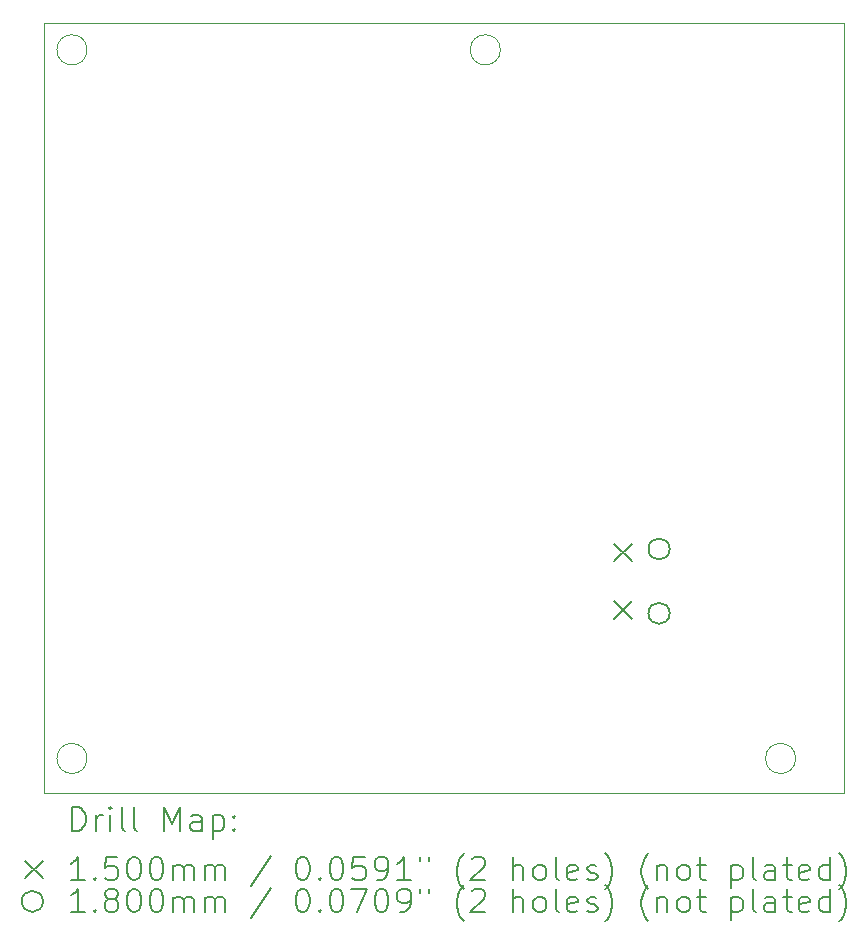
<source format=gbr>
%TF.GenerationSoftware,KiCad,Pcbnew,7.0.1*%
%TF.CreationDate,2025-03-04T19:41:51-05:00*%
%TF.ProjectId,front_panel,66726f6e-745f-4706-916e-656c2e6b6963,rev?*%
%TF.SameCoordinates,Original*%
%TF.FileFunction,Drillmap*%
%TF.FilePolarity,Positive*%
%FSLAX45Y45*%
G04 Gerber Fmt 4.5, Leading zero omitted, Abs format (unit mm)*
G04 Created by KiCad (PCBNEW 7.0.1) date 2025-03-04 19:41:51*
%MOMM*%
%LPD*%
G01*
G04 APERTURE LIST*
%ADD10C,0.100000*%
%ADD11C,0.200000*%
%ADD12C,0.150000*%
%ADD13C,0.180000*%
G04 APERTURE END LIST*
D10*
X12727475Y-9900000D02*
G75*
G03*
X12727475Y-9900000I-127476J0D01*
G01*
X10227476Y-3900000D02*
G75*
G03*
X10227476Y-3900000I-127476J0D01*
G01*
X6727475Y-9900000D02*
G75*
G03*
X6727475Y-9900000I-127476J0D01*
G01*
X6360000Y-3670000D02*
X13140000Y-3670000D01*
X13140000Y-10195000D01*
X6360000Y-10195000D01*
X6360000Y-3670000D01*
X6727475Y-3900000D02*
G75*
G03*
X6727475Y-3900000I-127476J0D01*
G01*
D11*
D12*
X11193000Y-8081500D02*
X11343000Y-8231500D01*
X11343000Y-8081500D02*
X11193000Y-8231500D01*
X11193000Y-8566500D02*
X11343000Y-8716500D01*
X11343000Y-8566500D02*
X11193000Y-8716500D01*
D13*
X11661000Y-8126500D02*
G75*
G03*
X11661000Y-8126500I-90000J0D01*
G01*
X11661000Y-8671500D02*
G75*
G03*
X11661000Y-8671500I-90000J0D01*
G01*
D11*
X6602619Y-10512524D02*
X6602619Y-10312524D01*
X6602619Y-10312524D02*
X6650238Y-10312524D01*
X6650238Y-10312524D02*
X6678809Y-10322048D01*
X6678809Y-10322048D02*
X6697857Y-10341095D01*
X6697857Y-10341095D02*
X6707381Y-10360143D01*
X6707381Y-10360143D02*
X6716905Y-10398238D01*
X6716905Y-10398238D02*
X6716905Y-10426810D01*
X6716905Y-10426810D02*
X6707381Y-10464905D01*
X6707381Y-10464905D02*
X6697857Y-10483952D01*
X6697857Y-10483952D02*
X6678809Y-10503000D01*
X6678809Y-10503000D02*
X6650238Y-10512524D01*
X6650238Y-10512524D02*
X6602619Y-10512524D01*
X6802619Y-10512524D02*
X6802619Y-10379190D01*
X6802619Y-10417286D02*
X6812143Y-10398238D01*
X6812143Y-10398238D02*
X6821667Y-10388714D01*
X6821667Y-10388714D02*
X6840714Y-10379190D01*
X6840714Y-10379190D02*
X6859762Y-10379190D01*
X6926428Y-10512524D02*
X6926428Y-10379190D01*
X6926428Y-10312524D02*
X6916905Y-10322048D01*
X6916905Y-10322048D02*
X6926428Y-10331571D01*
X6926428Y-10331571D02*
X6935952Y-10322048D01*
X6935952Y-10322048D02*
X6926428Y-10312524D01*
X6926428Y-10312524D02*
X6926428Y-10331571D01*
X7050238Y-10512524D02*
X7031190Y-10503000D01*
X7031190Y-10503000D02*
X7021667Y-10483952D01*
X7021667Y-10483952D02*
X7021667Y-10312524D01*
X7155000Y-10512524D02*
X7135952Y-10503000D01*
X7135952Y-10503000D02*
X7126428Y-10483952D01*
X7126428Y-10483952D02*
X7126428Y-10312524D01*
X7383571Y-10512524D02*
X7383571Y-10312524D01*
X7383571Y-10312524D02*
X7450238Y-10455381D01*
X7450238Y-10455381D02*
X7516905Y-10312524D01*
X7516905Y-10312524D02*
X7516905Y-10512524D01*
X7697857Y-10512524D02*
X7697857Y-10407762D01*
X7697857Y-10407762D02*
X7688333Y-10388714D01*
X7688333Y-10388714D02*
X7669286Y-10379190D01*
X7669286Y-10379190D02*
X7631190Y-10379190D01*
X7631190Y-10379190D02*
X7612143Y-10388714D01*
X7697857Y-10503000D02*
X7678809Y-10512524D01*
X7678809Y-10512524D02*
X7631190Y-10512524D01*
X7631190Y-10512524D02*
X7612143Y-10503000D01*
X7612143Y-10503000D02*
X7602619Y-10483952D01*
X7602619Y-10483952D02*
X7602619Y-10464905D01*
X7602619Y-10464905D02*
X7612143Y-10445857D01*
X7612143Y-10445857D02*
X7631190Y-10436333D01*
X7631190Y-10436333D02*
X7678809Y-10436333D01*
X7678809Y-10436333D02*
X7697857Y-10426810D01*
X7793095Y-10379190D02*
X7793095Y-10579190D01*
X7793095Y-10388714D02*
X7812143Y-10379190D01*
X7812143Y-10379190D02*
X7850238Y-10379190D01*
X7850238Y-10379190D02*
X7869286Y-10388714D01*
X7869286Y-10388714D02*
X7878809Y-10398238D01*
X7878809Y-10398238D02*
X7888333Y-10417286D01*
X7888333Y-10417286D02*
X7888333Y-10474429D01*
X7888333Y-10474429D02*
X7878809Y-10493476D01*
X7878809Y-10493476D02*
X7869286Y-10503000D01*
X7869286Y-10503000D02*
X7850238Y-10512524D01*
X7850238Y-10512524D02*
X7812143Y-10512524D01*
X7812143Y-10512524D02*
X7793095Y-10503000D01*
X7974048Y-10493476D02*
X7983571Y-10503000D01*
X7983571Y-10503000D02*
X7974048Y-10512524D01*
X7974048Y-10512524D02*
X7964524Y-10503000D01*
X7964524Y-10503000D02*
X7974048Y-10493476D01*
X7974048Y-10493476D02*
X7974048Y-10512524D01*
X7974048Y-10388714D02*
X7983571Y-10398238D01*
X7983571Y-10398238D02*
X7974048Y-10407762D01*
X7974048Y-10407762D02*
X7964524Y-10398238D01*
X7964524Y-10398238D02*
X7974048Y-10388714D01*
X7974048Y-10388714D02*
X7974048Y-10407762D01*
D12*
X6205000Y-10765000D02*
X6355000Y-10915000D01*
X6355000Y-10765000D02*
X6205000Y-10915000D01*
D11*
X6707381Y-10932524D02*
X6593095Y-10932524D01*
X6650238Y-10932524D02*
X6650238Y-10732524D01*
X6650238Y-10732524D02*
X6631190Y-10761095D01*
X6631190Y-10761095D02*
X6612143Y-10780143D01*
X6612143Y-10780143D02*
X6593095Y-10789667D01*
X6793095Y-10913476D02*
X6802619Y-10923000D01*
X6802619Y-10923000D02*
X6793095Y-10932524D01*
X6793095Y-10932524D02*
X6783571Y-10923000D01*
X6783571Y-10923000D02*
X6793095Y-10913476D01*
X6793095Y-10913476D02*
X6793095Y-10932524D01*
X6983571Y-10732524D02*
X6888333Y-10732524D01*
X6888333Y-10732524D02*
X6878809Y-10827762D01*
X6878809Y-10827762D02*
X6888333Y-10818238D01*
X6888333Y-10818238D02*
X6907381Y-10808714D01*
X6907381Y-10808714D02*
X6955000Y-10808714D01*
X6955000Y-10808714D02*
X6974048Y-10818238D01*
X6974048Y-10818238D02*
X6983571Y-10827762D01*
X6983571Y-10827762D02*
X6993095Y-10846810D01*
X6993095Y-10846810D02*
X6993095Y-10894429D01*
X6993095Y-10894429D02*
X6983571Y-10913476D01*
X6983571Y-10913476D02*
X6974048Y-10923000D01*
X6974048Y-10923000D02*
X6955000Y-10932524D01*
X6955000Y-10932524D02*
X6907381Y-10932524D01*
X6907381Y-10932524D02*
X6888333Y-10923000D01*
X6888333Y-10923000D02*
X6878809Y-10913476D01*
X7116905Y-10732524D02*
X7135952Y-10732524D01*
X7135952Y-10732524D02*
X7155000Y-10742048D01*
X7155000Y-10742048D02*
X7164524Y-10751571D01*
X7164524Y-10751571D02*
X7174048Y-10770619D01*
X7174048Y-10770619D02*
X7183571Y-10808714D01*
X7183571Y-10808714D02*
X7183571Y-10856333D01*
X7183571Y-10856333D02*
X7174048Y-10894429D01*
X7174048Y-10894429D02*
X7164524Y-10913476D01*
X7164524Y-10913476D02*
X7155000Y-10923000D01*
X7155000Y-10923000D02*
X7135952Y-10932524D01*
X7135952Y-10932524D02*
X7116905Y-10932524D01*
X7116905Y-10932524D02*
X7097857Y-10923000D01*
X7097857Y-10923000D02*
X7088333Y-10913476D01*
X7088333Y-10913476D02*
X7078809Y-10894429D01*
X7078809Y-10894429D02*
X7069286Y-10856333D01*
X7069286Y-10856333D02*
X7069286Y-10808714D01*
X7069286Y-10808714D02*
X7078809Y-10770619D01*
X7078809Y-10770619D02*
X7088333Y-10751571D01*
X7088333Y-10751571D02*
X7097857Y-10742048D01*
X7097857Y-10742048D02*
X7116905Y-10732524D01*
X7307381Y-10732524D02*
X7326429Y-10732524D01*
X7326429Y-10732524D02*
X7345476Y-10742048D01*
X7345476Y-10742048D02*
X7355000Y-10751571D01*
X7355000Y-10751571D02*
X7364524Y-10770619D01*
X7364524Y-10770619D02*
X7374048Y-10808714D01*
X7374048Y-10808714D02*
X7374048Y-10856333D01*
X7374048Y-10856333D02*
X7364524Y-10894429D01*
X7364524Y-10894429D02*
X7355000Y-10913476D01*
X7355000Y-10913476D02*
X7345476Y-10923000D01*
X7345476Y-10923000D02*
X7326429Y-10932524D01*
X7326429Y-10932524D02*
X7307381Y-10932524D01*
X7307381Y-10932524D02*
X7288333Y-10923000D01*
X7288333Y-10923000D02*
X7278809Y-10913476D01*
X7278809Y-10913476D02*
X7269286Y-10894429D01*
X7269286Y-10894429D02*
X7259762Y-10856333D01*
X7259762Y-10856333D02*
X7259762Y-10808714D01*
X7259762Y-10808714D02*
X7269286Y-10770619D01*
X7269286Y-10770619D02*
X7278809Y-10751571D01*
X7278809Y-10751571D02*
X7288333Y-10742048D01*
X7288333Y-10742048D02*
X7307381Y-10732524D01*
X7459762Y-10932524D02*
X7459762Y-10799190D01*
X7459762Y-10818238D02*
X7469286Y-10808714D01*
X7469286Y-10808714D02*
X7488333Y-10799190D01*
X7488333Y-10799190D02*
X7516905Y-10799190D01*
X7516905Y-10799190D02*
X7535952Y-10808714D01*
X7535952Y-10808714D02*
X7545476Y-10827762D01*
X7545476Y-10827762D02*
X7545476Y-10932524D01*
X7545476Y-10827762D02*
X7555000Y-10808714D01*
X7555000Y-10808714D02*
X7574048Y-10799190D01*
X7574048Y-10799190D02*
X7602619Y-10799190D01*
X7602619Y-10799190D02*
X7621667Y-10808714D01*
X7621667Y-10808714D02*
X7631190Y-10827762D01*
X7631190Y-10827762D02*
X7631190Y-10932524D01*
X7726429Y-10932524D02*
X7726429Y-10799190D01*
X7726429Y-10818238D02*
X7735952Y-10808714D01*
X7735952Y-10808714D02*
X7755000Y-10799190D01*
X7755000Y-10799190D02*
X7783571Y-10799190D01*
X7783571Y-10799190D02*
X7802619Y-10808714D01*
X7802619Y-10808714D02*
X7812143Y-10827762D01*
X7812143Y-10827762D02*
X7812143Y-10932524D01*
X7812143Y-10827762D02*
X7821667Y-10808714D01*
X7821667Y-10808714D02*
X7840714Y-10799190D01*
X7840714Y-10799190D02*
X7869286Y-10799190D01*
X7869286Y-10799190D02*
X7888333Y-10808714D01*
X7888333Y-10808714D02*
X7897857Y-10827762D01*
X7897857Y-10827762D02*
X7897857Y-10932524D01*
X8288333Y-10723000D02*
X8116905Y-10980143D01*
X8545476Y-10732524D02*
X8564524Y-10732524D01*
X8564524Y-10732524D02*
X8583572Y-10742048D01*
X8583572Y-10742048D02*
X8593095Y-10751571D01*
X8593095Y-10751571D02*
X8602619Y-10770619D01*
X8602619Y-10770619D02*
X8612143Y-10808714D01*
X8612143Y-10808714D02*
X8612143Y-10856333D01*
X8612143Y-10856333D02*
X8602619Y-10894429D01*
X8602619Y-10894429D02*
X8593095Y-10913476D01*
X8593095Y-10913476D02*
X8583572Y-10923000D01*
X8583572Y-10923000D02*
X8564524Y-10932524D01*
X8564524Y-10932524D02*
X8545476Y-10932524D01*
X8545476Y-10932524D02*
X8526429Y-10923000D01*
X8526429Y-10923000D02*
X8516905Y-10913476D01*
X8516905Y-10913476D02*
X8507381Y-10894429D01*
X8507381Y-10894429D02*
X8497857Y-10856333D01*
X8497857Y-10856333D02*
X8497857Y-10808714D01*
X8497857Y-10808714D02*
X8507381Y-10770619D01*
X8507381Y-10770619D02*
X8516905Y-10751571D01*
X8516905Y-10751571D02*
X8526429Y-10742048D01*
X8526429Y-10742048D02*
X8545476Y-10732524D01*
X8697857Y-10913476D02*
X8707381Y-10923000D01*
X8707381Y-10923000D02*
X8697857Y-10932524D01*
X8697857Y-10932524D02*
X8688334Y-10923000D01*
X8688334Y-10923000D02*
X8697857Y-10913476D01*
X8697857Y-10913476D02*
X8697857Y-10932524D01*
X8831191Y-10732524D02*
X8850238Y-10732524D01*
X8850238Y-10732524D02*
X8869286Y-10742048D01*
X8869286Y-10742048D02*
X8878810Y-10751571D01*
X8878810Y-10751571D02*
X8888334Y-10770619D01*
X8888334Y-10770619D02*
X8897857Y-10808714D01*
X8897857Y-10808714D02*
X8897857Y-10856333D01*
X8897857Y-10856333D02*
X8888334Y-10894429D01*
X8888334Y-10894429D02*
X8878810Y-10913476D01*
X8878810Y-10913476D02*
X8869286Y-10923000D01*
X8869286Y-10923000D02*
X8850238Y-10932524D01*
X8850238Y-10932524D02*
X8831191Y-10932524D01*
X8831191Y-10932524D02*
X8812143Y-10923000D01*
X8812143Y-10923000D02*
X8802619Y-10913476D01*
X8802619Y-10913476D02*
X8793095Y-10894429D01*
X8793095Y-10894429D02*
X8783572Y-10856333D01*
X8783572Y-10856333D02*
X8783572Y-10808714D01*
X8783572Y-10808714D02*
X8793095Y-10770619D01*
X8793095Y-10770619D02*
X8802619Y-10751571D01*
X8802619Y-10751571D02*
X8812143Y-10742048D01*
X8812143Y-10742048D02*
X8831191Y-10732524D01*
X9078810Y-10732524D02*
X8983572Y-10732524D01*
X8983572Y-10732524D02*
X8974048Y-10827762D01*
X8974048Y-10827762D02*
X8983572Y-10818238D01*
X8983572Y-10818238D02*
X9002619Y-10808714D01*
X9002619Y-10808714D02*
X9050238Y-10808714D01*
X9050238Y-10808714D02*
X9069286Y-10818238D01*
X9069286Y-10818238D02*
X9078810Y-10827762D01*
X9078810Y-10827762D02*
X9088334Y-10846810D01*
X9088334Y-10846810D02*
X9088334Y-10894429D01*
X9088334Y-10894429D02*
X9078810Y-10913476D01*
X9078810Y-10913476D02*
X9069286Y-10923000D01*
X9069286Y-10923000D02*
X9050238Y-10932524D01*
X9050238Y-10932524D02*
X9002619Y-10932524D01*
X9002619Y-10932524D02*
X8983572Y-10923000D01*
X8983572Y-10923000D02*
X8974048Y-10913476D01*
X9183572Y-10932524D02*
X9221667Y-10932524D01*
X9221667Y-10932524D02*
X9240715Y-10923000D01*
X9240715Y-10923000D02*
X9250238Y-10913476D01*
X9250238Y-10913476D02*
X9269286Y-10884905D01*
X9269286Y-10884905D02*
X9278810Y-10846810D01*
X9278810Y-10846810D02*
X9278810Y-10770619D01*
X9278810Y-10770619D02*
X9269286Y-10751571D01*
X9269286Y-10751571D02*
X9259762Y-10742048D01*
X9259762Y-10742048D02*
X9240715Y-10732524D01*
X9240715Y-10732524D02*
X9202619Y-10732524D01*
X9202619Y-10732524D02*
X9183572Y-10742048D01*
X9183572Y-10742048D02*
X9174048Y-10751571D01*
X9174048Y-10751571D02*
X9164524Y-10770619D01*
X9164524Y-10770619D02*
X9164524Y-10818238D01*
X9164524Y-10818238D02*
X9174048Y-10837286D01*
X9174048Y-10837286D02*
X9183572Y-10846810D01*
X9183572Y-10846810D02*
X9202619Y-10856333D01*
X9202619Y-10856333D02*
X9240715Y-10856333D01*
X9240715Y-10856333D02*
X9259762Y-10846810D01*
X9259762Y-10846810D02*
X9269286Y-10837286D01*
X9269286Y-10837286D02*
X9278810Y-10818238D01*
X9469286Y-10932524D02*
X9355000Y-10932524D01*
X9412143Y-10932524D02*
X9412143Y-10732524D01*
X9412143Y-10732524D02*
X9393095Y-10761095D01*
X9393095Y-10761095D02*
X9374048Y-10780143D01*
X9374048Y-10780143D02*
X9355000Y-10789667D01*
X9545476Y-10732524D02*
X9545476Y-10770619D01*
X9621667Y-10732524D02*
X9621667Y-10770619D01*
X9916905Y-11008714D02*
X9907381Y-10999190D01*
X9907381Y-10999190D02*
X9888334Y-10970619D01*
X9888334Y-10970619D02*
X9878810Y-10951571D01*
X9878810Y-10951571D02*
X9869286Y-10923000D01*
X9869286Y-10923000D02*
X9859762Y-10875381D01*
X9859762Y-10875381D02*
X9859762Y-10837286D01*
X9859762Y-10837286D02*
X9869286Y-10789667D01*
X9869286Y-10789667D02*
X9878810Y-10761095D01*
X9878810Y-10761095D02*
X9888334Y-10742048D01*
X9888334Y-10742048D02*
X9907381Y-10713476D01*
X9907381Y-10713476D02*
X9916905Y-10703952D01*
X9983572Y-10751571D02*
X9993096Y-10742048D01*
X9993096Y-10742048D02*
X10012143Y-10732524D01*
X10012143Y-10732524D02*
X10059762Y-10732524D01*
X10059762Y-10732524D02*
X10078810Y-10742048D01*
X10078810Y-10742048D02*
X10088334Y-10751571D01*
X10088334Y-10751571D02*
X10097857Y-10770619D01*
X10097857Y-10770619D02*
X10097857Y-10789667D01*
X10097857Y-10789667D02*
X10088334Y-10818238D01*
X10088334Y-10818238D02*
X9974048Y-10932524D01*
X9974048Y-10932524D02*
X10097857Y-10932524D01*
X10335953Y-10932524D02*
X10335953Y-10732524D01*
X10421667Y-10932524D02*
X10421667Y-10827762D01*
X10421667Y-10827762D02*
X10412143Y-10808714D01*
X10412143Y-10808714D02*
X10393096Y-10799190D01*
X10393096Y-10799190D02*
X10364524Y-10799190D01*
X10364524Y-10799190D02*
X10345477Y-10808714D01*
X10345477Y-10808714D02*
X10335953Y-10818238D01*
X10545477Y-10932524D02*
X10526429Y-10923000D01*
X10526429Y-10923000D02*
X10516905Y-10913476D01*
X10516905Y-10913476D02*
X10507381Y-10894429D01*
X10507381Y-10894429D02*
X10507381Y-10837286D01*
X10507381Y-10837286D02*
X10516905Y-10818238D01*
X10516905Y-10818238D02*
X10526429Y-10808714D01*
X10526429Y-10808714D02*
X10545477Y-10799190D01*
X10545477Y-10799190D02*
X10574048Y-10799190D01*
X10574048Y-10799190D02*
X10593096Y-10808714D01*
X10593096Y-10808714D02*
X10602619Y-10818238D01*
X10602619Y-10818238D02*
X10612143Y-10837286D01*
X10612143Y-10837286D02*
X10612143Y-10894429D01*
X10612143Y-10894429D02*
X10602619Y-10913476D01*
X10602619Y-10913476D02*
X10593096Y-10923000D01*
X10593096Y-10923000D02*
X10574048Y-10932524D01*
X10574048Y-10932524D02*
X10545477Y-10932524D01*
X10726429Y-10932524D02*
X10707381Y-10923000D01*
X10707381Y-10923000D02*
X10697858Y-10903952D01*
X10697858Y-10903952D02*
X10697858Y-10732524D01*
X10878810Y-10923000D02*
X10859762Y-10932524D01*
X10859762Y-10932524D02*
X10821667Y-10932524D01*
X10821667Y-10932524D02*
X10802619Y-10923000D01*
X10802619Y-10923000D02*
X10793096Y-10903952D01*
X10793096Y-10903952D02*
X10793096Y-10827762D01*
X10793096Y-10827762D02*
X10802619Y-10808714D01*
X10802619Y-10808714D02*
X10821667Y-10799190D01*
X10821667Y-10799190D02*
X10859762Y-10799190D01*
X10859762Y-10799190D02*
X10878810Y-10808714D01*
X10878810Y-10808714D02*
X10888334Y-10827762D01*
X10888334Y-10827762D02*
X10888334Y-10846810D01*
X10888334Y-10846810D02*
X10793096Y-10865857D01*
X10964524Y-10923000D02*
X10983572Y-10932524D01*
X10983572Y-10932524D02*
X11021667Y-10932524D01*
X11021667Y-10932524D02*
X11040715Y-10923000D01*
X11040715Y-10923000D02*
X11050239Y-10903952D01*
X11050239Y-10903952D02*
X11050239Y-10894429D01*
X11050239Y-10894429D02*
X11040715Y-10875381D01*
X11040715Y-10875381D02*
X11021667Y-10865857D01*
X11021667Y-10865857D02*
X10993096Y-10865857D01*
X10993096Y-10865857D02*
X10974048Y-10856333D01*
X10974048Y-10856333D02*
X10964524Y-10837286D01*
X10964524Y-10837286D02*
X10964524Y-10827762D01*
X10964524Y-10827762D02*
X10974048Y-10808714D01*
X10974048Y-10808714D02*
X10993096Y-10799190D01*
X10993096Y-10799190D02*
X11021667Y-10799190D01*
X11021667Y-10799190D02*
X11040715Y-10808714D01*
X11116905Y-11008714D02*
X11126429Y-10999190D01*
X11126429Y-10999190D02*
X11145477Y-10970619D01*
X11145477Y-10970619D02*
X11155000Y-10951571D01*
X11155000Y-10951571D02*
X11164524Y-10923000D01*
X11164524Y-10923000D02*
X11174048Y-10875381D01*
X11174048Y-10875381D02*
X11174048Y-10837286D01*
X11174048Y-10837286D02*
X11164524Y-10789667D01*
X11164524Y-10789667D02*
X11155000Y-10761095D01*
X11155000Y-10761095D02*
X11145477Y-10742048D01*
X11145477Y-10742048D02*
X11126429Y-10713476D01*
X11126429Y-10713476D02*
X11116905Y-10703952D01*
X11478810Y-11008714D02*
X11469286Y-10999190D01*
X11469286Y-10999190D02*
X11450238Y-10970619D01*
X11450238Y-10970619D02*
X11440715Y-10951571D01*
X11440715Y-10951571D02*
X11431191Y-10923000D01*
X11431191Y-10923000D02*
X11421667Y-10875381D01*
X11421667Y-10875381D02*
X11421667Y-10837286D01*
X11421667Y-10837286D02*
X11431191Y-10789667D01*
X11431191Y-10789667D02*
X11440715Y-10761095D01*
X11440715Y-10761095D02*
X11450238Y-10742048D01*
X11450238Y-10742048D02*
X11469286Y-10713476D01*
X11469286Y-10713476D02*
X11478810Y-10703952D01*
X11555000Y-10799190D02*
X11555000Y-10932524D01*
X11555000Y-10818238D02*
X11564524Y-10808714D01*
X11564524Y-10808714D02*
X11583572Y-10799190D01*
X11583572Y-10799190D02*
X11612143Y-10799190D01*
X11612143Y-10799190D02*
X11631191Y-10808714D01*
X11631191Y-10808714D02*
X11640715Y-10827762D01*
X11640715Y-10827762D02*
X11640715Y-10932524D01*
X11764524Y-10932524D02*
X11745477Y-10923000D01*
X11745477Y-10923000D02*
X11735953Y-10913476D01*
X11735953Y-10913476D02*
X11726429Y-10894429D01*
X11726429Y-10894429D02*
X11726429Y-10837286D01*
X11726429Y-10837286D02*
X11735953Y-10818238D01*
X11735953Y-10818238D02*
X11745477Y-10808714D01*
X11745477Y-10808714D02*
X11764524Y-10799190D01*
X11764524Y-10799190D02*
X11793096Y-10799190D01*
X11793096Y-10799190D02*
X11812143Y-10808714D01*
X11812143Y-10808714D02*
X11821667Y-10818238D01*
X11821667Y-10818238D02*
X11831191Y-10837286D01*
X11831191Y-10837286D02*
X11831191Y-10894429D01*
X11831191Y-10894429D02*
X11821667Y-10913476D01*
X11821667Y-10913476D02*
X11812143Y-10923000D01*
X11812143Y-10923000D02*
X11793096Y-10932524D01*
X11793096Y-10932524D02*
X11764524Y-10932524D01*
X11888334Y-10799190D02*
X11964524Y-10799190D01*
X11916905Y-10732524D02*
X11916905Y-10903952D01*
X11916905Y-10903952D02*
X11926429Y-10923000D01*
X11926429Y-10923000D02*
X11945477Y-10932524D01*
X11945477Y-10932524D02*
X11964524Y-10932524D01*
X12183572Y-10799190D02*
X12183572Y-10999190D01*
X12183572Y-10808714D02*
X12202619Y-10799190D01*
X12202619Y-10799190D02*
X12240715Y-10799190D01*
X12240715Y-10799190D02*
X12259762Y-10808714D01*
X12259762Y-10808714D02*
X12269286Y-10818238D01*
X12269286Y-10818238D02*
X12278810Y-10837286D01*
X12278810Y-10837286D02*
X12278810Y-10894429D01*
X12278810Y-10894429D02*
X12269286Y-10913476D01*
X12269286Y-10913476D02*
X12259762Y-10923000D01*
X12259762Y-10923000D02*
X12240715Y-10932524D01*
X12240715Y-10932524D02*
X12202619Y-10932524D01*
X12202619Y-10932524D02*
X12183572Y-10923000D01*
X12393096Y-10932524D02*
X12374048Y-10923000D01*
X12374048Y-10923000D02*
X12364524Y-10903952D01*
X12364524Y-10903952D02*
X12364524Y-10732524D01*
X12555000Y-10932524D02*
X12555000Y-10827762D01*
X12555000Y-10827762D02*
X12545477Y-10808714D01*
X12545477Y-10808714D02*
X12526429Y-10799190D01*
X12526429Y-10799190D02*
X12488334Y-10799190D01*
X12488334Y-10799190D02*
X12469286Y-10808714D01*
X12555000Y-10923000D02*
X12535953Y-10932524D01*
X12535953Y-10932524D02*
X12488334Y-10932524D01*
X12488334Y-10932524D02*
X12469286Y-10923000D01*
X12469286Y-10923000D02*
X12459762Y-10903952D01*
X12459762Y-10903952D02*
X12459762Y-10884905D01*
X12459762Y-10884905D02*
X12469286Y-10865857D01*
X12469286Y-10865857D02*
X12488334Y-10856333D01*
X12488334Y-10856333D02*
X12535953Y-10856333D01*
X12535953Y-10856333D02*
X12555000Y-10846810D01*
X12621667Y-10799190D02*
X12697858Y-10799190D01*
X12650239Y-10732524D02*
X12650239Y-10903952D01*
X12650239Y-10903952D02*
X12659762Y-10923000D01*
X12659762Y-10923000D02*
X12678810Y-10932524D01*
X12678810Y-10932524D02*
X12697858Y-10932524D01*
X12840715Y-10923000D02*
X12821667Y-10932524D01*
X12821667Y-10932524D02*
X12783572Y-10932524D01*
X12783572Y-10932524D02*
X12764524Y-10923000D01*
X12764524Y-10923000D02*
X12755000Y-10903952D01*
X12755000Y-10903952D02*
X12755000Y-10827762D01*
X12755000Y-10827762D02*
X12764524Y-10808714D01*
X12764524Y-10808714D02*
X12783572Y-10799190D01*
X12783572Y-10799190D02*
X12821667Y-10799190D01*
X12821667Y-10799190D02*
X12840715Y-10808714D01*
X12840715Y-10808714D02*
X12850239Y-10827762D01*
X12850239Y-10827762D02*
X12850239Y-10846810D01*
X12850239Y-10846810D02*
X12755000Y-10865857D01*
X13021667Y-10932524D02*
X13021667Y-10732524D01*
X13021667Y-10923000D02*
X13002620Y-10932524D01*
X13002620Y-10932524D02*
X12964524Y-10932524D01*
X12964524Y-10932524D02*
X12945477Y-10923000D01*
X12945477Y-10923000D02*
X12935953Y-10913476D01*
X12935953Y-10913476D02*
X12926429Y-10894429D01*
X12926429Y-10894429D02*
X12926429Y-10837286D01*
X12926429Y-10837286D02*
X12935953Y-10818238D01*
X12935953Y-10818238D02*
X12945477Y-10808714D01*
X12945477Y-10808714D02*
X12964524Y-10799190D01*
X12964524Y-10799190D02*
X13002620Y-10799190D01*
X13002620Y-10799190D02*
X13021667Y-10808714D01*
X13097858Y-11008714D02*
X13107381Y-10999190D01*
X13107381Y-10999190D02*
X13126429Y-10970619D01*
X13126429Y-10970619D02*
X13135953Y-10951571D01*
X13135953Y-10951571D02*
X13145477Y-10923000D01*
X13145477Y-10923000D02*
X13155000Y-10875381D01*
X13155000Y-10875381D02*
X13155000Y-10837286D01*
X13155000Y-10837286D02*
X13145477Y-10789667D01*
X13145477Y-10789667D02*
X13135953Y-10761095D01*
X13135953Y-10761095D02*
X13126429Y-10742048D01*
X13126429Y-10742048D02*
X13107381Y-10713476D01*
X13107381Y-10713476D02*
X13097858Y-10703952D01*
D13*
X6355000Y-11110000D02*
G75*
G03*
X6355000Y-11110000I-90000J0D01*
G01*
D11*
X6707381Y-11202524D02*
X6593095Y-11202524D01*
X6650238Y-11202524D02*
X6650238Y-11002524D01*
X6650238Y-11002524D02*
X6631190Y-11031095D01*
X6631190Y-11031095D02*
X6612143Y-11050143D01*
X6612143Y-11050143D02*
X6593095Y-11059667D01*
X6793095Y-11183476D02*
X6802619Y-11193000D01*
X6802619Y-11193000D02*
X6793095Y-11202524D01*
X6793095Y-11202524D02*
X6783571Y-11193000D01*
X6783571Y-11193000D02*
X6793095Y-11183476D01*
X6793095Y-11183476D02*
X6793095Y-11202524D01*
X6916905Y-11088238D02*
X6897857Y-11078714D01*
X6897857Y-11078714D02*
X6888333Y-11069190D01*
X6888333Y-11069190D02*
X6878809Y-11050143D01*
X6878809Y-11050143D02*
X6878809Y-11040619D01*
X6878809Y-11040619D02*
X6888333Y-11021571D01*
X6888333Y-11021571D02*
X6897857Y-11012048D01*
X6897857Y-11012048D02*
X6916905Y-11002524D01*
X6916905Y-11002524D02*
X6955000Y-11002524D01*
X6955000Y-11002524D02*
X6974048Y-11012048D01*
X6974048Y-11012048D02*
X6983571Y-11021571D01*
X6983571Y-11021571D02*
X6993095Y-11040619D01*
X6993095Y-11040619D02*
X6993095Y-11050143D01*
X6993095Y-11050143D02*
X6983571Y-11069190D01*
X6983571Y-11069190D02*
X6974048Y-11078714D01*
X6974048Y-11078714D02*
X6955000Y-11088238D01*
X6955000Y-11088238D02*
X6916905Y-11088238D01*
X6916905Y-11088238D02*
X6897857Y-11097762D01*
X6897857Y-11097762D02*
X6888333Y-11107286D01*
X6888333Y-11107286D02*
X6878809Y-11126333D01*
X6878809Y-11126333D02*
X6878809Y-11164429D01*
X6878809Y-11164429D02*
X6888333Y-11183476D01*
X6888333Y-11183476D02*
X6897857Y-11193000D01*
X6897857Y-11193000D02*
X6916905Y-11202524D01*
X6916905Y-11202524D02*
X6955000Y-11202524D01*
X6955000Y-11202524D02*
X6974048Y-11193000D01*
X6974048Y-11193000D02*
X6983571Y-11183476D01*
X6983571Y-11183476D02*
X6993095Y-11164429D01*
X6993095Y-11164429D02*
X6993095Y-11126333D01*
X6993095Y-11126333D02*
X6983571Y-11107286D01*
X6983571Y-11107286D02*
X6974048Y-11097762D01*
X6974048Y-11097762D02*
X6955000Y-11088238D01*
X7116905Y-11002524D02*
X7135952Y-11002524D01*
X7135952Y-11002524D02*
X7155000Y-11012048D01*
X7155000Y-11012048D02*
X7164524Y-11021571D01*
X7164524Y-11021571D02*
X7174048Y-11040619D01*
X7174048Y-11040619D02*
X7183571Y-11078714D01*
X7183571Y-11078714D02*
X7183571Y-11126333D01*
X7183571Y-11126333D02*
X7174048Y-11164429D01*
X7174048Y-11164429D02*
X7164524Y-11183476D01*
X7164524Y-11183476D02*
X7155000Y-11193000D01*
X7155000Y-11193000D02*
X7135952Y-11202524D01*
X7135952Y-11202524D02*
X7116905Y-11202524D01*
X7116905Y-11202524D02*
X7097857Y-11193000D01*
X7097857Y-11193000D02*
X7088333Y-11183476D01*
X7088333Y-11183476D02*
X7078809Y-11164429D01*
X7078809Y-11164429D02*
X7069286Y-11126333D01*
X7069286Y-11126333D02*
X7069286Y-11078714D01*
X7069286Y-11078714D02*
X7078809Y-11040619D01*
X7078809Y-11040619D02*
X7088333Y-11021571D01*
X7088333Y-11021571D02*
X7097857Y-11012048D01*
X7097857Y-11012048D02*
X7116905Y-11002524D01*
X7307381Y-11002524D02*
X7326429Y-11002524D01*
X7326429Y-11002524D02*
X7345476Y-11012048D01*
X7345476Y-11012048D02*
X7355000Y-11021571D01*
X7355000Y-11021571D02*
X7364524Y-11040619D01*
X7364524Y-11040619D02*
X7374048Y-11078714D01*
X7374048Y-11078714D02*
X7374048Y-11126333D01*
X7374048Y-11126333D02*
X7364524Y-11164429D01*
X7364524Y-11164429D02*
X7355000Y-11183476D01*
X7355000Y-11183476D02*
X7345476Y-11193000D01*
X7345476Y-11193000D02*
X7326429Y-11202524D01*
X7326429Y-11202524D02*
X7307381Y-11202524D01*
X7307381Y-11202524D02*
X7288333Y-11193000D01*
X7288333Y-11193000D02*
X7278809Y-11183476D01*
X7278809Y-11183476D02*
X7269286Y-11164429D01*
X7269286Y-11164429D02*
X7259762Y-11126333D01*
X7259762Y-11126333D02*
X7259762Y-11078714D01*
X7259762Y-11078714D02*
X7269286Y-11040619D01*
X7269286Y-11040619D02*
X7278809Y-11021571D01*
X7278809Y-11021571D02*
X7288333Y-11012048D01*
X7288333Y-11012048D02*
X7307381Y-11002524D01*
X7459762Y-11202524D02*
X7459762Y-11069190D01*
X7459762Y-11088238D02*
X7469286Y-11078714D01*
X7469286Y-11078714D02*
X7488333Y-11069190D01*
X7488333Y-11069190D02*
X7516905Y-11069190D01*
X7516905Y-11069190D02*
X7535952Y-11078714D01*
X7535952Y-11078714D02*
X7545476Y-11097762D01*
X7545476Y-11097762D02*
X7545476Y-11202524D01*
X7545476Y-11097762D02*
X7555000Y-11078714D01*
X7555000Y-11078714D02*
X7574048Y-11069190D01*
X7574048Y-11069190D02*
X7602619Y-11069190D01*
X7602619Y-11069190D02*
X7621667Y-11078714D01*
X7621667Y-11078714D02*
X7631190Y-11097762D01*
X7631190Y-11097762D02*
X7631190Y-11202524D01*
X7726429Y-11202524D02*
X7726429Y-11069190D01*
X7726429Y-11088238D02*
X7735952Y-11078714D01*
X7735952Y-11078714D02*
X7755000Y-11069190D01*
X7755000Y-11069190D02*
X7783571Y-11069190D01*
X7783571Y-11069190D02*
X7802619Y-11078714D01*
X7802619Y-11078714D02*
X7812143Y-11097762D01*
X7812143Y-11097762D02*
X7812143Y-11202524D01*
X7812143Y-11097762D02*
X7821667Y-11078714D01*
X7821667Y-11078714D02*
X7840714Y-11069190D01*
X7840714Y-11069190D02*
X7869286Y-11069190D01*
X7869286Y-11069190D02*
X7888333Y-11078714D01*
X7888333Y-11078714D02*
X7897857Y-11097762D01*
X7897857Y-11097762D02*
X7897857Y-11202524D01*
X8288333Y-10993000D02*
X8116905Y-11250143D01*
X8545476Y-11002524D02*
X8564524Y-11002524D01*
X8564524Y-11002524D02*
X8583572Y-11012048D01*
X8583572Y-11012048D02*
X8593095Y-11021571D01*
X8593095Y-11021571D02*
X8602619Y-11040619D01*
X8602619Y-11040619D02*
X8612143Y-11078714D01*
X8612143Y-11078714D02*
X8612143Y-11126333D01*
X8612143Y-11126333D02*
X8602619Y-11164429D01*
X8602619Y-11164429D02*
X8593095Y-11183476D01*
X8593095Y-11183476D02*
X8583572Y-11193000D01*
X8583572Y-11193000D02*
X8564524Y-11202524D01*
X8564524Y-11202524D02*
X8545476Y-11202524D01*
X8545476Y-11202524D02*
X8526429Y-11193000D01*
X8526429Y-11193000D02*
X8516905Y-11183476D01*
X8516905Y-11183476D02*
X8507381Y-11164429D01*
X8507381Y-11164429D02*
X8497857Y-11126333D01*
X8497857Y-11126333D02*
X8497857Y-11078714D01*
X8497857Y-11078714D02*
X8507381Y-11040619D01*
X8507381Y-11040619D02*
X8516905Y-11021571D01*
X8516905Y-11021571D02*
X8526429Y-11012048D01*
X8526429Y-11012048D02*
X8545476Y-11002524D01*
X8697857Y-11183476D02*
X8707381Y-11193000D01*
X8707381Y-11193000D02*
X8697857Y-11202524D01*
X8697857Y-11202524D02*
X8688334Y-11193000D01*
X8688334Y-11193000D02*
X8697857Y-11183476D01*
X8697857Y-11183476D02*
X8697857Y-11202524D01*
X8831191Y-11002524D02*
X8850238Y-11002524D01*
X8850238Y-11002524D02*
X8869286Y-11012048D01*
X8869286Y-11012048D02*
X8878810Y-11021571D01*
X8878810Y-11021571D02*
X8888334Y-11040619D01*
X8888334Y-11040619D02*
X8897857Y-11078714D01*
X8897857Y-11078714D02*
X8897857Y-11126333D01*
X8897857Y-11126333D02*
X8888334Y-11164429D01*
X8888334Y-11164429D02*
X8878810Y-11183476D01*
X8878810Y-11183476D02*
X8869286Y-11193000D01*
X8869286Y-11193000D02*
X8850238Y-11202524D01*
X8850238Y-11202524D02*
X8831191Y-11202524D01*
X8831191Y-11202524D02*
X8812143Y-11193000D01*
X8812143Y-11193000D02*
X8802619Y-11183476D01*
X8802619Y-11183476D02*
X8793095Y-11164429D01*
X8793095Y-11164429D02*
X8783572Y-11126333D01*
X8783572Y-11126333D02*
X8783572Y-11078714D01*
X8783572Y-11078714D02*
X8793095Y-11040619D01*
X8793095Y-11040619D02*
X8802619Y-11021571D01*
X8802619Y-11021571D02*
X8812143Y-11012048D01*
X8812143Y-11012048D02*
X8831191Y-11002524D01*
X8964524Y-11002524D02*
X9097857Y-11002524D01*
X9097857Y-11002524D02*
X9012143Y-11202524D01*
X9212143Y-11002524D02*
X9231191Y-11002524D01*
X9231191Y-11002524D02*
X9250238Y-11012048D01*
X9250238Y-11012048D02*
X9259762Y-11021571D01*
X9259762Y-11021571D02*
X9269286Y-11040619D01*
X9269286Y-11040619D02*
X9278810Y-11078714D01*
X9278810Y-11078714D02*
X9278810Y-11126333D01*
X9278810Y-11126333D02*
X9269286Y-11164429D01*
X9269286Y-11164429D02*
X9259762Y-11183476D01*
X9259762Y-11183476D02*
X9250238Y-11193000D01*
X9250238Y-11193000D02*
X9231191Y-11202524D01*
X9231191Y-11202524D02*
X9212143Y-11202524D01*
X9212143Y-11202524D02*
X9193095Y-11193000D01*
X9193095Y-11193000D02*
X9183572Y-11183476D01*
X9183572Y-11183476D02*
X9174048Y-11164429D01*
X9174048Y-11164429D02*
X9164524Y-11126333D01*
X9164524Y-11126333D02*
X9164524Y-11078714D01*
X9164524Y-11078714D02*
X9174048Y-11040619D01*
X9174048Y-11040619D02*
X9183572Y-11021571D01*
X9183572Y-11021571D02*
X9193095Y-11012048D01*
X9193095Y-11012048D02*
X9212143Y-11002524D01*
X9374048Y-11202524D02*
X9412143Y-11202524D01*
X9412143Y-11202524D02*
X9431191Y-11193000D01*
X9431191Y-11193000D02*
X9440715Y-11183476D01*
X9440715Y-11183476D02*
X9459762Y-11154905D01*
X9459762Y-11154905D02*
X9469286Y-11116810D01*
X9469286Y-11116810D02*
X9469286Y-11040619D01*
X9469286Y-11040619D02*
X9459762Y-11021571D01*
X9459762Y-11021571D02*
X9450238Y-11012048D01*
X9450238Y-11012048D02*
X9431191Y-11002524D01*
X9431191Y-11002524D02*
X9393095Y-11002524D01*
X9393095Y-11002524D02*
X9374048Y-11012048D01*
X9374048Y-11012048D02*
X9364524Y-11021571D01*
X9364524Y-11021571D02*
X9355000Y-11040619D01*
X9355000Y-11040619D02*
X9355000Y-11088238D01*
X9355000Y-11088238D02*
X9364524Y-11107286D01*
X9364524Y-11107286D02*
X9374048Y-11116810D01*
X9374048Y-11116810D02*
X9393095Y-11126333D01*
X9393095Y-11126333D02*
X9431191Y-11126333D01*
X9431191Y-11126333D02*
X9450238Y-11116810D01*
X9450238Y-11116810D02*
X9459762Y-11107286D01*
X9459762Y-11107286D02*
X9469286Y-11088238D01*
X9545476Y-11002524D02*
X9545476Y-11040619D01*
X9621667Y-11002524D02*
X9621667Y-11040619D01*
X9916905Y-11278714D02*
X9907381Y-11269190D01*
X9907381Y-11269190D02*
X9888334Y-11240619D01*
X9888334Y-11240619D02*
X9878810Y-11221571D01*
X9878810Y-11221571D02*
X9869286Y-11193000D01*
X9869286Y-11193000D02*
X9859762Y-11145381D01*
X9859762Y-11145381D02*
X9859762Y-11107286D01*
X9859762Y-11107286D02*
X9869286Y-11059667D01*
X9869286Y-11059667D02*
X9878810Y-11031095D01*
X9878810Y-11031095D02*
X9888334Y-11012048D01*
X9888334Y-11012048D02*
X9907381Y-10983476D01*
X9907381Y-10983476D02*
X9916905Y-10973952D01*
X9983572Y-11021571D02*
X9993096Y-11012048D01*
X9993096Y-11012048D02*
X10012143Y-11002524D01*
X10012143Y-11002524D02*
X10059762Y-11002524D01*
X10059762Y-11002524D02*
X10078810Y-11012048D01*
X10078810Y-11012048D02*
X10088334Y-11021571D01*
X10088334Y-11021571D02*
X10097857Y-11040619D01*
X10097857Y-11040619D02*
X10097857Y-11059667D01*
X10097857Y-11059667D02*
X10088334Y-11088238D01*
X10088334Y-11088238D02*
X9974048Y-11202524D01*
X9974048Y-11202524D02*
X10097857Y-11202524D01*
X10335953Y-11202524D02*
X10335953Y-11002524D01*
X10421667Y-11202524D02*
X10421667Y-11097762D01*
X10421667Y-11097762D02*
X10412143Y-11078714D01*
X10412143Y-11078714D02*
X10393096Y-11069190D01*
X10393096Y-11069190D02*
X10364524Y-11069190D01*
X10364524Y-11069190D02*
X10345477Y-11078714D01*
X10345477Y-11078714D02*
X10335953Y-11088238D01*
X10545477Y-11202524D02*
X10526429Y-11193000D01*
X10526429Y-11193000D02*
X10516905Y-11183476D01*
X10516905Y-11183476D02*
X10507381Y-11164429D01*
X10507381Y-11164429D02*
X10507381Y-11107286D01*
X10507381Y-11107286D02*
X10516905Y-11088238D01*
X10516905Y-11088238D02*
X10526429Y-11078714D01*
X10526429Y-11078714D02*
X10545477Y-11069190D01*
X10545477Y-11069190D02*
X10574048Y-11069190D01*
X10574048Y-11069190D02*
X10593096Y-11078714D01*
X10593096Y-11078714D02*
X10602619Y-11088238D01*
X10602619Y-11088238D02*
X10612143Y-11107286D01*
X10612143Y-11107286D02*
X10612143Y-11164429D01*
X10612143Y-11164429D02*
X10602619Y-11183476D01*
X10602619Y-11183476D02*
X10593096Y-11193000D01*
X10593096Y-11193000D02*
X10574048Y-11202524D01*
X10574048Y-11202524D02*
X10545477Y-11202524D01*
X10726429Y-11202524D02*
X10707381Y-11193000D01*
X10707381Y-11193000D02*
X10697858Y-11173952D01*
X10697858Y-11173952D02*
X10697858Y-11002524D01*
X10878810Y-11193000D02*
X10859762Y-11202524D01*
X10859762Y-11202524D02*
X10821667Y-11202524D01*
X10821667Y-11202524D02*
X10802619Y-11193000D01*
X10802619Y-11193000D02*
X10793096Y-11173952D01*
X10793096Y-11173952D02*
X10793096Y-11097762D01*
X10793096Y-11097762D02*
X10802619Y-11078714D01*
X10802619Y-11078714D02*
X10821667Y-11069190D01*
X10821667Y-11069190D02*
X10859762Y-11069190D01*
X10859762Y-11069190D02*
X10878810Y-11078714D01*
X10878810Y-11078714D02*
X10888334Y-11097762D01*
X10888334Y-11097762D02*
X10888334Y-11116810D01*
X10888334Y-11116810D02*
X10793096Y-11135857D01*
X10964524Y-11193000D02*
X10983572Y-11202524D01*
X10983572Y-11202524D02*
X11021667Y-11202524D01*
X11021667Y-11202524D02*
X11040715Y-11193000D01*
X11040715Y-11193000D02*
X11050239Y-11173952D01*
X11050239Y-11173952D02*
X11050239Y-11164429D01*
X11050239Y-11164429D02*
X11040715Y-11145381D01*
X11040715Y-11145381D02*
X11021667Y-11135857D01*
X11021667Y-11135857D02*
X10993096Y-11135857D01*
X10993096Y-11135857D02*
X10974048Y-11126333D01*
X10974048Y-11126333D02*
X10964524Y-11107286D01*
X10964524Y-11107286D02*
X10964524Y-11097762D01*
X10964524Y-11097762D02*
X10974048Y-11078714D01*
X10974048Y-11078714D02*
X10993096Y-11069190D01*
X10993096Y-11069190D02*
X11021667Y-11069190D01*
X11021667Y-11069190D02*
X11040715Y-11078714D01*
X11116905Y-11278714D02*
X11126429Y-11269190D01*
X11126429Y-11269190D02*
X11145477Y-11240619D01*
X11145477Y-11240619D02*
X11155000Y-11221571D01*
X11155000Y-11221571D02*
X11164524Y-11193000D01*
X11164524Y-11193000D02*
X11174048Y-11145381D01*
X11174048Y-11145381D02*
X11174048Y-11107286D01*
X11174048Y-11107286D02*
X11164524Y-11059667D01*
X11164524Y-11059667D02*
X11155000Y-11031095D01*
X11155000Y-11031095D02*
X11145477Y-11012048D01*
X11145477Y-11012048D02*
X11126429Y-10983476D01*
X11126429Y-10983476D02*
X11116905Y-10973952D01*
X11478810Y-11278714D02*
X11469286Y-11269190D01*
X11469286Y-11269190D02*
X11450238Y-11240619D01*
X11450238Y-11240619D02*
X11440715Y-11221571D01*
X11440715Y-11221571D02*
X11431191Y-11193000D01*
X11431191Y-11193000D02*
X11421667Y-11145381D01*
X11421667Y-11145381D02*
X11421667Y-11107286D01*
X11421667Y-11107286D02*
X11431191Y-11059667D01*
X11431191Y-11059667D02*
X11440715Y-11031095D01*
X11440715Y-11031095D02*
X11450238Y-11012048D01*
X11450238Y-11012048D02*
X11469286Y-10983476D01*
X11469286Y-10983476D02*
X11478810Y-10973952D01*
X11555000Y-11069190D02*
X11555000Y-11202524D01*
X11555000Y-11088238D02*
X11564524Y-11078714D01*
X11564524Y-11078714D02*
X11583572Y-11069190D01*
X11583572Y-11069190D02*
X11612143Y-11069190D01*
X11612143Y-11069190D02*
X11631191Y-11078714D01*
X11631191Y-11078714D02*
X11640715Y-11097762D01*
X11640715Y-11097762D02*
X11640715Y-11202524D01*
X11764524Y-11202524D02*
X11745477Y-11193000D01*
X11745477Y-11193000D02*
X11735953Y-11183476D01*
X11735953Y-11183476D02*
X11726429Y-11164429D01*
X11726429Y-11164429D02*
X11726429Y-11107286D01*
X11726429Y-11107286D02*
X11735953Y-11088238D01*
X11735953Y-11088238D02*
X11745477Y-11078714D01*
X11745477Y-11078714D02*
X11764524Y-11069190D01*
X11764524Y-11069190D02*
X11793096Y-11069190D01*
X11793096Y-11069190D02*
X11812143Y-11078714D01*
X11812143Y-11078714D02*
X11821667Y-11088238D01*
X11821667Y-11088238D02*
X11831191Y-11107286D01*
X11831191Y-11107286D02*
X11831191Y-11164429D01*
X11831191Y-11164429D02*
X11821667Y-11183476D01*
X11821667Y-11183476D02*
X11812143Y-11193000D01*
X11812143Y-11193000D02*
X11793096Y-11202524D01*
X11793096Y-11202524D02*
X11764524Y-11202524D01*
X11888334Y-11069190D02*
X11964524Y-11069190D01*
X11916905Y-11002524D02*
X11916905Y-11173952D01*
X11916905Y-11173952D02*
X11926429Y-11193000D01*
X11926429Y-11193000D02*
X11945477Y-11202524D01*
X11945477Y-11202524D02*
X11964524Y-11202524D01*
X12183572Y-11069190D02*
X12183572Y-11269190D01*
X12183572Y-11078714D02*
X12202619Y-11069190D01*
X12202619Y-11069190D02*
X12240715Y-11069190D01*
X12240715Y-11069190D02*
X12259762Y-11078714D01*
X12259762Y-11078714D02*
X12269286Y-11088238D01*
X12269286Y-11088238D02*
X12278810Y-11107286D01*
X12278810Y-11107286D02*
X12278810Y-11164429D01*
X12278810Y-11164429D02*
X12269286Y-11183476D01*
X12269286Y-11183476D02*
X12259762Y-11193000D01*
X12259762Y-11193000D02*
X12240715Y-11202524D01*
X12240715Y-11202524D02*
X12202619Y-11202524D01*
X12202619Y-11202524D02*
X12183572Y-11193000D01*
X12393096Y-11202524D02*
X12374048Y-11193000D01*
X12374048Y-11193000D02*
X12364524Y-11173952D01*
X12364524Y-11173952D02*
X12364524Y-11002524D01*
X12555000Y-11202524D02*
X12555000Y-11097762D01*
X12555000Y-11097762D02*
X12545477Y-11078714D01*
X12545477Y-11078714D02*
X12526429Y-11069190D01*
X12526429Y-11069190D02*
X12488334Y-11069190D01*
X12488334Y-11069190D02*
X12469286Y-11078714D01*
X12555000Y-11193000D02*
X12535953Y-11202524D01*
X12535953Y-11202524D02*
X12488334Y-11202524D01*
X12488334Y-11202524D02*
X12469286Y-11193000D01*
X12469286Y-11193000D02*
X12459762Y-11173952D01*
X12459762Y-11173952D02*
X12459762Y-11154905D01*
X12459762Y-11154905D02*
X12469286Y-11135857D01*
X12469286Y-11135857D02*
X12488334Y-11126333D01*
X12488334Y-11126333D02*
X12535953Y-11126333D01*
X12535953Y-11126333D02*
X12555000Y-11116810D01*
X12621667Y-11069190D02*
X12697858Y-11069190D01*
X12650239Y-11002524D02*
X12650239Y-11173952D01*
X12650239Y-11173952D02*
X12659762Y-11193000D01*
X12659762Y-11193000D02*
X12678810Y-11202524D01*
X12678810Y-11202524D02*
X12697858Y-11202524D01*
X12840715Y-11193000D02*
X12821667Y-11202524D01*
X12821667Y-11202524D02*
X12783572Y-11202524D01*
X12783572Y-11202524D02*
X12764524Y-11193000D01*
X12764524Y-11193000D02*
X12755000Y-11173952D01*
X12755000Y-11173952D02*
X12755000Y-11097762D01*
X12755000Y-11097762D02*
X12764524Y-11078714D01*
X12764524Y-11078714D02*
X12783572Y-11069190D01*
X12783572Y-11069190D02*
X12821667Y-11069190D01*
X12821667Y-11069190D02*
X12840715Y-11078714D01*
X12840715Y-11078714D02*
X12850239Y-11097762D01*
X12850239Y-11097762D02*
X12850239Y-11116810D01*
X12850239Y-11116810D02*
X12755000Y-11135857D01*
X13021667Y-11202524D02*
X13021667Y-11002524D01*
X13021667Y-11193000D02*
X13002620Y-11202524D01*
X13002620Y-11202524D02*
X12964524Y-11202524D01*
X12964524Y-11202524D02*
X12945477Y-11193000D01*
X12945477Y-11193000D02*
X12935953Y-11183476D01*
X12935953Y-11183476D02*
X12926429Y-11164429D01*
X12926429Y-11164429D02*
X12926429Y-11107286D01*
X12926429Y-11107286D02*
X12935953Y-11088238D01*
X12935953Y-11088238D02*
X12945477Y-11078714D01*
X12945477Y-11078714D02*
X12964524Y-11069190D01*
X12964524Y-11069190D02*
X13002620Y-11069190D01*
X13002620Y-11069190D02*
X13021667Y-11078714D01*
X13097858Y-11278714D02*
X13107381Y-11269190D01*
X13107381Y-11269190D02*
X13126429Y-11240619D01*
X13126429Y-11240619D02*
X13135953Y-11221571D01*
X13135953Y-11221571D02*
X13145477Y-11193000D01*
X13145477Y-11193000D02*
X13155000Y-11145381D01*
X13155000Y-11145381D02*
X13155000Y-11107286D01*
X13155000Y-11107286D02*
X13145477Y-11059667D01*
X13145477Y-11059667D02*
X13135953Y-11031095D01*
X13135953Y-11031095D02*
X13126429Y-11012048D01*
X13126429Y-11012048D02*
X13107381Y-10983476D01*
X13107381Y-10983476D02*
X13097858Y-10973952D01*
M02*

</source>
